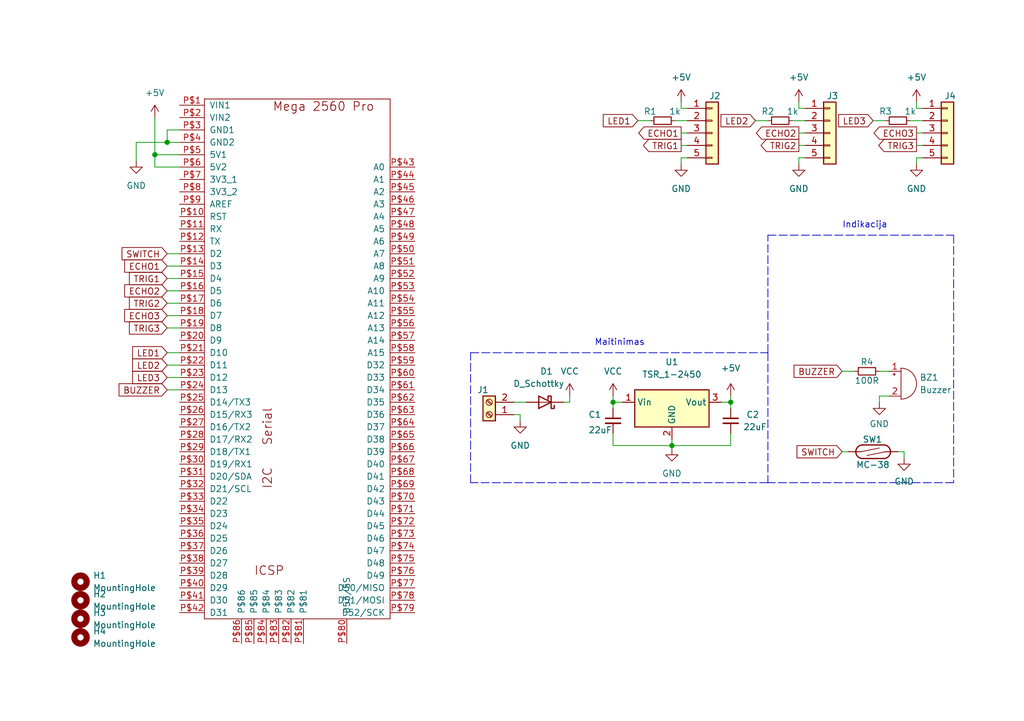
<source format=kicad_sch>
(kicad_sch (version 20211123) (generator eeschema)
  (paper "A5")
  (lib_symbols
    (symbol "Connector:Screw_Terminal_01x02" (pin_names (offset 1.016) hide)
      (property "Reference" "J" (at 0 2.54 0))
      (property "Value" "Screw_Terminal_01x02" (at 0 -5.08 0))
      (symbol "Screw_Terminal_01x02_1_1"
        (rectangle (start -1.27 1.27) (end 1.27 -3.81) (stroke (width 0.254)) (fill (type background)))
        (circle (center 0 -2.54) (radius 0.635) (stroke (width 0.1524)))
        (polyline (pts (xy -0.5334 -2.2098) (xy 0.3302 -3.048)) (stroke (width 0.1524)))
        (polyline (pts (xy -0.5334 0.3302) (xy 0.3302 -0.508)) (stroke (width 0.1524)))
        (polyline (pts (xy -0.3556 -2.032) (xy 0.508 -2.8702)) (stroke (width 0.1524)))
        (polyline (pts (xy -0.3556 0.508) (xy 0.508 -0.3302)) (stroke (width 0.1524)))
        (circle (center 0 0) (radius 0.635) (stroke (width 0.1524)))
        (pin passive line (at -5.08 0 0) (length 3.81) (name "Pin_1") (number "1"))
        (pin passive line (at -5.08 -2.54 0) (length 3.81) (name "Pin_2") (number "2"))
      )
    )
    (symbol "Connector_Generic:Conn_01x05" (pin_names (offset 1.016) hide)
      (property "Reference" "J" (at 0 7.62 0))
      (property "Value" "Conn_01x05" (at 0 -7.62 0))
      (symbol "Conn_01x05_1_1"
        (rectangle (start -1.27 -4.953) (end 0 -5.207) (stroke (width 0.1524)))
        (rectangle (start -1.27 -2.413) (end 0 -2.667) (stroke (width 0.1524)))
        (rectangle (start -1.27 0.127) (end 0 -0.127) (stroke (width 0.1524)))
        (rectangle (start -1.27 2.667) (end 0 2.413) (stroke (width 0.1524)))
        (rectangle (start -1.27 5.207) (end 0 4.953) (stroke (width 0.1524)))
        (rectangle (start -1.27 6.35) (end 1.27 -6.35) (stroke (width 0.254)) (fill (type background)))
        (pin passive line (at -5.08 5.08 0) (length 3.81) (name "Pin_1") (number "1"))
        (pin passive line (at -5.08 2.54 0) (length 3.81) (name "Pin_2") (number "2"))
        (pin passive line (at -5.08 0 0) (length 3.81) (name "Pin_3") (number "3"))
        (pin passive line (at -5.08 -2.54 0) (length 3.81) (name "Pin_4") (number "4"))
        (pin passive line (at -5.08 -5.08 0) (length 3.81) (name "Pin_5") (number "5"))
      )
    )
    (symbol "Device:Buzzer" (pin_names (offset 0.0254) hide)
      (property "Reference" "BZ" (at 3.81 1.27 0))
      (property "Value" "Buzzer" (at 3.81 -1.27 0))
      (symbol "Buzzer_0_1"
        (arc (start 0 -3.175) (mid 3.175 0) (end 0 3.175))
        (polyline (pts (xy -1.651 1.905) (xy -1.143 1.905)))
        (polyline (pts (xy -1.397 2.159) (xy -1.397 1.651)))
        (polyline (pts (xy 0 3.175) (xy 0 -3.175)))
      )
      (symbol "Buzzer_1_1"
        (pin passive line (at -2.54 2.54 0) (length 2.54) (name "-") (number "1"))
        (pin passive line (at -2.54 -2.54 0) (length 2.54) (name "+") (number "2"))
      )
    )
    (symbol "Device:C_Small" (pin_numbers hide) (pin_names (offset 0.254) hide)
      (property "Reference" "C" (at 0.254 1.778 0))
      (property "Value" "C_Small" (at 0.254 -2.032 0))
      (symbol "C_Small_0_1"
        (polyline (pts (xy -1.524 -0.508) (xy 1.524 -0.508)) (stroke (width 0.3302)))
        (polyline (pts (xy -1.524 0.508) (xy 1.524 0.508)) (stroke (width 0.3048)))
      )
      (symbol "C_Small_1_1"
        (pin passive line (at 0 2.54 270) (length 2.032) (name "~") (number "1"))
        (pin passive line (at 0 -2.54 90) (length 2.032) (name "~") (number "2"))
      )
    )
    (symbol "Device:D_Schottky" (pin_numbers hide) (pin_names (offset 1.016) hide)
      (property "Reference" "D" (at 0 2.54 0))
      (property "Value" "D_Schottky" (at 0 -2.54 0))
      (symbol "D_Schottky_0_1"
        (polyline (pts (xy 1.27 0) (xy -1.27 0)))
        (polyline (pts (xy 1.27 1.27) (xy 1.27 -1.27) (xy -1.27 0) (xy 1.27 1.27)) (stroke (width 0.254)))
        (polyline (pts (xy -1.905 0.635) (xy -1.905 1.27) (xy -1.27 1.27) (xy -1.27 -1.27) (xy -0.635 -1.27) (xy -0.635 -0.635)) (stroke (width 0.254)))
      )
      (symbol "D_Schottky_1_1"
        (pin passive line (at -3.81 0 0) (length 2.54) (name "K") (number "1"))
        (pin passive line (at 3.81 0 180) (length 2.54) (name "A") (number "2"))
      )
    )
    (symbol "Device:R_Small" (pin_numbers hide) (pin_names (offset 0.254) hide)
      (property "Reference" "R" (at 0.762 0.508 0))
      (property "Value" "R_Small" (at 0.762 -1.016 0))
      (symbol "R_Small_0_1"
        (rectangle (start -0.762 1.778) (end 0.762 -1.778) (stroke (width 0.2032)))
      )
      (symbol "R_Small_1_1"
        (pin passive line (at 0 2.54 270) (length 0.762) (name "~") (number "1"))
        (pin passive line (at 0 -2.54 90) (length 0.762) (name "~") (number "2"))
      )
    )
    (symbol "Mechanical:MountingHole" (pin_names (offset 1.016))
      (property "Reference" "H" (at 0 5.08 0))
      (property "Value" "MountingHole" (at 0 3.175 0))
      (symbol "MountingHole_0_1"
        (circle (center 0 0) (radius 1.27) (stroke (width 1.27)))
      )
    )
    (symbol "MegaPLC.pretty:MEGAPROMINI" (pin_names (offset 1.016))
      (symbol "MEGAPROMINI_1_0"
        (polyline (pts (xy 5.08 -109.22) (xy 5.08 -2.54)))
        (polyline (pts (xy 5.08 -2.54) (xy 43.18 -2.54)))
        (polyline (pts (xy 43.18 -109.22) (xy 5.08 -109.22)))
        (polyline (pts (xy 43.18 -2.54) (xy 43.18 -109.22)))
        (text "I2C" (at 19.05 -82.55 900) (effects (font (size 1.778 1.778)) (justify left bottom)))
        (text "ICSP" (at 15.24 -100.33 0) (effects (font (size 1.778 1.778)) (justify left bottom)))
        (text "Mega 2560 Pro" (at 19.05 -5.08 0) (effects (font (size 1.778 1.778)) (justify left bottom)))
        (text "Serial" (at 19.05 -73.66 900) (effects (font (size 1.778 1.778)) (justify left bottom)))
        (pin unspecified line (at 0 -3.81 0) (length 5.08) (name "VIN1") (number "P$1"))
        (pin unspecified line (at 0 -26.67 0) (length 5.08) (name "RST") (number "P$10"))
        (pin unspecified line (at 0 -29.21 0) (length 5.08) (name "RX") (number "P$11"))
        (pin unspecified line (at 0 -31.75 0) (length 5.08) (name "TX") (number "P$12"))
        (pin unspecified line (at 0 -34.29 0) (length 5.08) (name "D2") (number "P$13"))
        (pin unspecified line (at 0 -36.83 0) (length 5.08) (name "D3") (number "P$14"))
        (pin unspecified line (at 0 -39.37 0) (length 5.08) (name "D4") (number "P$15"))
        (pin unspecified line (at 0 -41.91 0) (length 5.08) (name "D5") (number "P$16"))
        (pin unspecified line (at 0 -44.45 0) (length 5.08) (name "D6") (number "P$17"))
        (pin unspecified line (at 0 -46.99 0) (length 5.08) (name "D7") (number "P$18"))
        (pin unspecified line (at 0 -49.53 0) (length 5.08) (name "D8") (number "P$19"))
        (pin unspecified line (at 0 -6.35 0) (length 5.08) (name "VIN2") (number "P$2"))
        (pin unspecified line (at 0 -52.07 0) (length 5.08) (name "D9") (number "P$20"))
        (pin unspecified line (at 0 -54.61 0) (length 5.08) (name "D10") (number "P$21"))
        (pin unspecified line (at 0 -57.15 0) (length 5.08) (name "D11") (number "P$22"))
        (pin unspecified line (at 0 -59.69 0) (length 5.08) (name "D12") (number "P$23"))
        (pin unspecified line (at 0 -62.23 0) (length 5.08) (name "D13") (number "P$24"))
        (pin unspecified line (at 0 -64.77 0) (length 5.08) (name "D14/TX3") (number "P$25"))
        (pin unspecified line (at 0 -67.31 0) (length 5.08) (name "D15/RX3") (number "P$26"))
        (pin unspecified line (at 0 -69.85 0) (length 5.08) (name "D16/TX2") (number "P$27"))
        (pin unspecified line (at 0 -72.39 0) (length 5.08) (name "D17/RX2") (number "P$28"))
        (pin unspecified line (at 0 -74.93 0) (length 5.08) (name "D18/TX1") (number "P$29"))
        (pin unspecified line (at 0 -8.89 0) (length 5.08) (name "GND1") (number "P$3"))
        (pin unspecified line (at 0 -77.47 0) (length 5.08) (name "D19/RX1") (number "P$30"))
        (pin unspecified line (at 0 -80.01 0) (length 5.08) (name "D20/SDA") (number "P$31"))
        (pin unspecified line (at 0 -82.55 0) (length 5.08) (name "D21/SCL") (number "P$32"))
        (pin unspecified line (at 0 -85.09 0) (length 5.08) (name "D22") (number "P$33"))
        (pin unspecified line (at 0 -87.63 0) (length 5.08) (name "D23") (number "P$34"))
        (pin unspecified line (at 0 -90.17 0) (length 5.08) (name "D24") (number "P$35"))
        (pin unspecified line (at 0 -92.71 0) (length 5.08) (name "D25") (number "P$36"))
        (pin unspecified line (at 0 -95.25 0) (length 5.08) (name "D26") (number "P$37"))
        (pin unspecified line (at 0 -97.79 0) (length 5.08) (name "D27") (number "P$38"))
        (pin unspecified line (at 0 -100.33 0) (length 5.08) (name "D28") (number "P$39"))
        (pin unspecified line (at 0 -11.43 0) (length 5.08) (name "GND2") (number "P$4"))
        (pin unspecified line (at 0 -102.87 0) (length 5.08) (name "D29") (number "P$40"))
        (pin unspecified line (at 0 -105.41 0) (length 5.08) (name "D30") (number "P$41"))
        (pin unspecified line (at 0 -107.95 0) (length 5.08) (name "D31") (number "P$42"))
        (pin unspecified line (at 48.26 -16.51 180) (length 5.08) (name "A0") (number "P$43"))
        (pin unspecified line (at 48.26 -19.05 180) (length 5.08) (name "A1") (number "P$44"))
        (pin unspecified line (at 48.26 -21.59 180) (length 5.08) (name "A2") (number "P$45"))
        (pin unspecified line (at 48.26 -24.13 180) (length 5.08) (name "A3") (number "P$46"))
        (pin unspecified line (at 48.26 -26.67 180) (length 5.08) (name "A4") (number "P$47"))
        (pin unspecified line (at 48.26 -29.21 180) (length 5.08) (name "A5") (number "P$48"))
        (pin unspecified line (at 48.26 -31.75 180) (length 5.08) (name "A6") (number "P$49"))
        (pin unspecified line (at 0 -13.97 0) (length 5.08) (name "5V1") (number "P$5"))
        (pin unspecified line (at 48.26 -34.29 180) (length 5.08) (name "A7") (number "P$50"))
        (pin unspecified line (at 48.26 -36.83 180) (length 5.08) (name "A8") (number "P$51"))
        (pin unspecified line (at 48.26 -39.37 180) (length 5.08) (name "A9") (number "P$52"))
        (pin unspecified line (at 48.26 -41.91 180) (length 5.08) (name "A10") (number "P$53"))
        (pin unspecified line (at 48.26 -44.45 180) (length 5.08) (name "A11") (number "P$54"))
        (pin unspecified line (at 48.26 -46.99 180) (length 5.08) (name "A12") (number "P$55"))
        (pin unspecified line (at 48.26 -49.53 180) (length 5.08) (name "A13") (number "P$56"))
        (pin unspecified line (at 48.26 -52.07 180) (length 5.08) (name "A14") (number "P$57"))
        (pin unspecified line (at 48.26 -54.61 180) (length 5.08) (name "A15") (number "P$58"))
        (pin unspecified line (at 48.26 -57.15 180) (length 5.08) (name "D32") (number "P$59"))
        (pin unspecified line (at 0 -16.51 0) (length 5.08) (name "5V2") (number "P$6"))
        (pin unspecified line (at 48.26 -59.69 180) (length 5.08) (name "D33") (number "P$60"))
        (pin unspecified line (at 48.26 -62.23 180) (length 5.08) (name "D34") (number "P$61"))
        (pin unspecified line (at 48.26 -64.77 180) (length 5.08) (name "D35") (number "P$62"))
        (pin unspecified line (at 48.26 -67.31 180) (length 5.08) (name "D36") (number "P$63"))
        (pin unspecified line (at 48.26 -69.85 180) (length 5.08) (name "D37") (number "P$64"))
        (pin unspecified line (at 48.26 -72.39 180) (length 5.08) (name "D38") (number "P$65"))
        (pin unspecified line (at 48.26 -74.93 180) (length 5.08) (name "D39") (number "P$66"))
        (pin unspecified line (at 48.26 -77.47 180) (length 5.08) (name "D40") (number "P$67"))
        (pin unspecified line (at 48.26 -80.01 180) (length 5.08) (name "D41") (number "P$68"))
        (pin unspecified line (at 48.26 -82.55 180) (length 5.08) (name "D42") (number "P$69"))
        (pin unspecified line (at 0 -19.05 0) (length 5.08) (name "3V3_1") (number "P$7"))
        (pin unspecified line (at 48.26 -85.09 180) (length 5.08) (name "D43") (number "P$70"))
        (pin unspecified line (at 48.26 -87.63 180) (length 5.08) (name "D44") (number "P$71"))
        (pin unspecified line (at 48.26 -90.17 180) (length 5.08) (name "D45") (number "P$72"))
        (pin unspecified line (at 48.26 -92.71 180) (length 5.08) (name "D46") (number "P$73"))
        (pin unspecified line (at 48.26 -95.25 180) (length 5.08) (name "D47") (number "P$74"))
        (pin unspecified line (at 48.26 -97.79 180) (length 5.08) (name "D48") (number "P$75"))
        (pin unspecified line (at 48.26 -100.33 180) (length 5.08) (name "D49") (number "P$76"))
        (pin unspecified line (at 48.26 -102.87 180) (length 5.08) (name "D50/MISO") (number "P$77"))
        (pin unspecified line (at 48.26 -105.41 180) (length 5.08) (name "D51/MOSI") (number "P$78"))
        (pin unspecified line (at 48.26 -107.95 180) (length 5.08) (name "D52/SCK") (number "P$79"))
        (pin unspecified line (at 0 -21.59 0) (length 5.08) (name "3V3_2") (number "P$8"))
        (pin unspecified line (at 34.29 -114.3 90) (length 5.08) (name "D53/SS") (number "P$80"))
        (pin unspecified line (at 25.4 -114.3 90) (length 5.08) (name "P$81") (number "P$81"))
        (pin unspecified line (at 22.86 -114.3 90) (length 5.08) (name "P$82") (number "P$82"))
        (pin unspecified line (at 20.32 -114.3 90) (length 5.08) (name "P$83") (number "P$83"))
        (pin unspecified line (at 17.78 -114.3 90) (length 5.08) (name "P$84") (number "P$84"))
        (pin unspecified line (at 15.24 -114.3 90) (length 5.08) (name "P$85") (number "P$85"))
        (pin unspecified line (at 12.7 -114.3 90) (length 5.08) (name "P$86") (number "P$86"))
        (pin unspecified line (at 0 -24.13 0) (length 5.08) (name "AREF") (number "P$9"))
      )
    )
    (symbol "Regulator_Switching:TSR_1-2450"
      (property "Reference" "U" (at -7.62 6.35 0))
      (property "Value" "TSR_1-2450" (at -1.27 6.35 0))
      (symbol "TSR_1-2450_0_1"
        (rectangle (start -7.62 5.08) (end 7.62 -2.54) (stroke (width 0.254)) (fill (type background)))
      )
      (symbol "TSR_1-2450_1_1"
        (pin power_in line (at -10.16 2.54 0) (length 2.54) (name "Vin") (number "1"))
        (pin power_in line (at 0 -5.08 90) (length 2.54) (name "GND") (number "2"))
        (pin power_out line (at 10.16 2.54 180) (length 2.54) (name "Vout") (number "3"))
      )
    )
    (symbol "Switch:SW_Reed" (pin_numbers hide) (pin_names (offset 0) hide)
      (property "Reference" "SW" (at 0 2.54 0))
      (property "Value" "SW_Reed" (at 0 -2.54 0))
      (symbol "SW_Reed_0_0"
        (arc (start -2.159 1.397) (mid -3.556 0) (end -2.159 -1.397) (stroke (width 0.254)))
        (polyline (pts (xy -2.54 0) (xy 1.27 0.762)))
        (polyline (pts (xy -2.159 -1.397) (xy 2.286 -1.397)) (stroke (width 0.254)))
        (polyline (pts (xy 2.159 1.397) (xy -2.159 1.397)) (stroke (width 0.254)))
        (polyline (pts (xy 2.54 0) (xy -1.27 -0.762)))
        (arc (start 2.159 -1.397) (mid 3.556 0) (end 2.159 1.397) (stroke (width 0.254)))
      )
      (symbol "SW_Reed_1_1"
        (pin passive line (at -5.08 0 0) (length 2.54) (name "1") (number "1"))
        (pin passive line (at 5.08 0 180) (length 2.54) (name "2") (number "2"))
      )
    )
    (symbol "power:+5V" (power) (pin_names (offset 0))
      (property "Value" "+5V" (at 0 3.556 0))
      (symbol "+5V_0_1"
        (polyline (pts (xy -0.762 1.27) (xy 0 2.54)))
        (polyline (pts (xy 0 0) (xy 0 2.54)))
        (polyline (pts (xy 0 2.54) (xy 0.762 1.27)))
      )
      (symbol "+5V_1_1"
        (pin power_in line (at 0 0 90) (length 0) hide (name "+5V") (number "1"))
      )
    )
    (symbol "power:GND" (power) (pin_names (offset 0))
      (property "Value" "GND" (at 0 -3.81 0))
      (symbol "GND_0_1"
        (polyline (pts (xy 0 0) (xy 0 -1.27) (xy 1.27 -1.27) (xy 0 -2.54) (xy -1.27 -1.27) (xy 0 -1.27)))
      )
      (symbol "GND_1_1"
        (pin power_in line (at 0 0 270) (length 0) hide (name "GND") (number "1"))
      )
    )
    (symbol "power:VCC" (power) (pin_names (offset 0))
      (property "Value" "VCC" (at 0 3.81 0))
      (symbol "VCC_0_1"
        (polyline (pts (xy -0.762 1.27) (xy 0 2.54)))
        (polyline (pts (xy 0 0) (xy 0 2.54)))
        (polyline (pts (xy 0 2.54) (xy 0.762 1.27)))
      )
      (symbol "VCC_1_1"
        (pin power_in line (at 0 0 90) (length 0) hide (name "VCC") (number "1"))
      )
    )
  )
  (junction (at 34.29 29.21))
  (junction (at 125.73 82.55))
  (junction (at 31.75 31.75))
  (junction (at 137.795 91.44))
  (junction (at 149.86 82.55))
  (wire (pts (xy 165.1 32.385) (xy 163.83 32.385)))
  (wire (pts (xy 31.75 31.75) (xy 31.75 24.13)))
  (wire (pts (xy 187.96 22.225) (xy 187.96 20.955)))
  (wire (pts (xy 36.83 29.21) (xy 34.29 29.21)))
  (wire (pts (xy 34.29 77.47) (xy 36.83 77.47)))
  (wire (pts (xy 137.795 91.44) (xy 125.73 91.44)))
  (wire (pts (xy 137.795 91.44) (xy 149.86 91.44)))
  (polyline (pts (xy 96.52 99.06) (xy 96.52 72.39)))
  (wire (pts (xy 34.29 52.07) (xy 36.83 52.07)))
  (wire (pts (xy 138.43 24.765) (xy 140.97 24.765)))
  (polyline (pts (xy 157.48 72.39) (xy 157.48 48.26)))
  (polyline (pts (xy 157.48 72.39) (xy 157.48 99.06)))
  (wire (pts (xy 149.86 81.28) (xy 149.86 82.55)))
  (polyline (pts (xy 157.48 99.06) (xy 96.52 99.06)))
  (wire (pts (xy 106.68 85.09) (xy 106.68 86.36)))
  (wire (pts (xy 189.23 32.385) (xy 187.96 32.385)))
  (wire (pts (xy 163.83 27.305) (xy 165.1 27.305)))
  (wire (pts (xy 186.69 24.765) (xy 189.23 24.765)))
  (wire (pts (xy 127.635 82.55) (xy 125.73 82.55)))
  (wire (pts (xy 154.94 24.765) (xy 157.48 24.765)))
  (wire (pts (xy 34.29 72.39) (xy 36.83 72.39)))
  (wire (pts (xy 189.23 22.225) (xy 187.96 22.225)))
  (wire (pts (xy 180.34 76.2) (xy 182.245 76.2)))
  (wire (pts (xy 34.29 80.01) (xy 36.83 80.01)))
  (wire (pts (xy 139.7 32.385) (xy 139.7 33.655)))
  (wire (pts (xy 125.73 91.44) (xy 125.73 88.9)))
  (wire (pts (xy 34.29 29.21) (xy 34.29 26.67)))
  (wire (pts (xy 130.81 24.765) (xy 133.35 24.765)))
  (polyline (pts (xy 195.58 48.26) (xy 195.58 99.06)))
  (wire (pts (xy 36.83 31.75) (xy 31.75 31.75)))
  (wire (pts (xy 147.955 82.55) (xy 149.86 82.55)))
  (wire (pts (xy 140.97 22.225) (xy 139.7 22.225)))
  (wire (pts (xy 140.97 32.385) (xy 139.7 32.385)))
  (wire (pts (xy 125.73 82.55) (xy 125.73 83.82)))
  (wire (pts (xy 187.96 27.305) (xy 189.23 27.305)))
  (wire (pts (xy 105.41 82.55) (xy 107.95 82.55)))
  (wire (pts (xy 31.75 34.29) (xy 31.75 31.75)))
  (wire (pts (xy 34.29 62.23) (xy 36.83 62.23)))
  (wire (pts (xy 149.86 91.44) (xy 149.86 88.9)))
  (wire (pts (xy 162.56 24.765) (xy 165.1 24.765)))
  (wire (pts (xy 34.29 57.15) (xy 36.83 57.15)))
  (wire (pts (xy 116.84 82.55) (xy 116.84 81.28)))
  (wire (pts (xy 34.29 67.31) (xy 36.83 67.31)))
  (wire (pts (xy 139.7 29.845) (xy 140.97 29.845)))
  (wire (pts (xy 137.795 90.17) (xy 137.795 91.44)))
  (wire (pts (xy 172.72 76.2) (xy 175.26 76.2)))
  (wire (pts (xy 163.83 29.845) (xy 165.1 29.845)))
  (wire (pts (xy 139.7 27.305) (xy 140.97 27.305)))
  (wire (pts (xy 36.83 34.29) (xy 31.75 34.29)))
  (wire (pts (xy 187.96 32.385) (xy 187.96 33.655)))
  (wire (pts (xy 27.94 29.21) (xy 27.94 33.02)))
  (wire (pts (xy 172.72 92.71) (xy 173.99 92.71)))
  (wire (pts (xy 179.07 24.765) (xy 181.61 24.765)))
  (wire (pts (xy 182.245 81.28) (xy 180.34 81.28)))
  (polyline (pts (xy 195.58 99.06) (xy 157.48 99.06)))
  (polyline (pts (xy 96.52 72.39) (xy 157.48 72.39)))
  (wire (pts (xy 115.57 82.55) (xy 116.84 82.55)))
  (wire (pts (xy 105.41 85.09) (xy 106.68 85.09)))
  (wire (pts (xy 125.73 81.28) (xy 125.73 82.55)))
  (wire (pts (xy 165.1 22.225) (xy 163.83 22.225)))
  (wire (pts (xy 185.42 92.71) (xy 185.42 93.98)))
  (wire (pts (xy 163.83 22.225) (xy 163.83 20.955)))
  (wire (pts (xy 180.34 81.28) (xy 180.34 82.55)))
  (wire (pts (xy 137.795 91.44) (xy 137.795 92.075)))
  (wire (pts (xy 149.86 82.55) (xy 149.86 83.82)))
  (wire (pts (xy 34.29 29.21) (xy 27.94 29.21)))
  (wire (pts (xy 34.29 59.69) (xy 36.83 59.69)))
  (wire (pts (xy 163.83 32.385) (xy 163.83 33.655)))
  (wire (pts (xy 184.15 92.71) (xy 185.42 92.71)))
  (wire (pts (xy 34.29 26.67) (xy 36.83 26.67)))
  (wire (pts (xy 34.29 54.61) (xy 36.83 54.61)))
  (wire (pts (xy 187.96 29.845) (xy 189.23 29.845)))
  (wire (pts (xy 34.29 74.93) (xy 36.83 74.93)))
  (wire (pts (xy 139.7 22.225) (xy 139.7 20.955)))
  (polyline (pts (xy 157.48 48.26) (xy 195.58 48.26)))
  (wire (pts (xy 34.29 64.77) (xy 36.83 64.77)))
  (text "Maitinimas" (at 121.92 71.12 0) (effects (font (size 1.27 1.27)) (justify left bottom)))
  (text "Indikacija" (at 172.72 46.99 0) (effects (font (size 1.27 1.27)) (justify left bottom)))
  (global_label "ECHO3" (shape input) (at 34.29 64.77 180) (property "Intersheet References" "${INTERSHEET_REFS}" (effects hide)))
  (global_label "BUZZER" (shape input) (at 34.29 80.01 180) (property "Intersheet References" "${INTERSHEET_REFS}" (effects hide)))
  (global_label "SWITCH" (shape input) (at 34.29 52.07 180) (property "Intersheet References" "${INTERSHEET_REFS}" (effects hide)))
  (global_label "TRIG2" (shape input) (at 34.29 62.23 180) (property "Intersheet References" "${INTERSHEET_REFS}" (effects hide)))
  (global_label "TRIG3" (shape output) (at 187.96 29.845 180) (property "Intersheet References" "${INTERSHEET_REFS}" (effects hide)))
  (global_label "TRIG1" (shape input) (at 34.29 57.15 180) (property "Intersheet References" "${INTERSHEET_REFS}" (effects hide)))
  (global_label "TRIG1" (shape output) (at 139.7 29.845 180) (property "Intersheet References" "${INTERSHEET_REFS}" (effects hide)))
  (global_label "TRIG2" (shape output) (at 163.83 29.845 180) (property "Intersheet References" "${INTERSHEET_REFS}" (effects hide)))
  (global_label "LED3" (shape input) (at 179.07 24.765 180) (property "Intersheet References" "${INTERSHEET_REFS}" (effects hide)))
  (global_label "SWITCH" (shape input) (at 172.72 92.71 180) (property "Intersheet References" "${INTERSHEET_REFS}" (effects hide)))
  (global_label "LED3" (shape input) (at 34.29 77.47 180) (property "Intersheet References" "${INTERSHEET_REFS}" (effects hide)))
  (global_label "ECHO2" (shape output) (at 163.83 27.305 180) (property "Intersheet References" "${INTERSHEET_REFS}" (effects hide)))
  (global_label "LED1" (shape input) (at 34.29 72.39 180) (property "Intersheet References" "${INTERSHEET_REFS}" (effects hide)))
  (global_label "ECHO3" (shape output) (at 187.96 27.305 180) (property "Intersheet References" "${INTERSHEET_REFS}" (effects hide)))
  (global_label "BUZZER" (shape input) (at 172.72 76.2 180) (property "Intersheet References" "${INTERSHEET_REFS}" (effects hide)))
  (global_label "ECHO1" (shape output) (at 139.7 27.305 180) (property "Intersheet References" "${INTERSHEET_REFS}" (effects hide)))
  (global_label "ECHO1" (shape input) (at 34.29 54.61 180) (property "Intersheet References" "${INTERSHEET_REFS}" (effects hide)))
  (global_label "LED2" (shape input) (at 34.29 74.93 180) (property "Intersheet References" "${INTERSHEET_REFS}" (effects hide)))
  (global_label "ECHO2" (shape input) (at 34.29 59.69 180) (property "Intersheet References" "${INTERSHEET_REFS}" (effects hide)))
  (global_label "LED1" (shape input) (at 130.81 24.765 180) (property "Intersheet References" "${INTERSHEET_REFS}" (effects hide)))
  (global_label "LED2" (shape input) (at 154.94 24.765 180) (property "Intersheet References" "${INTERSHEET_REFS}" (effects hide)))
  (global_label "TRIG3" (shape input) (at 34.29 67.31 180) (property "Intersheet References" "${INTERSHEET_REFS}" (effects hide)))
  (symbol (lib_id "power:VCC") (at 125.73 81.28 0) (unit 1)
    (property "Reference" "#PWR0116" (effects hide))
    (property "Value" "VCC" (at 125.73 76.2 0))
  )
  (symbol (lib_id "Connector:Screw_Terminal_01x02") (at 100.33 85.09 180) (unit 1)
    (property "Reference" "J1" (at 99.06 80.01 0))
    (property "Value" "Screw_Terminal_01x02" (effects hide))
    (property "Footprint" "TerminalBlock_Phoenix:TerminalBlock_Phoenix_MKDS-1,5-2_1x02_P5.00mm_Horizontal" (effects hide))
  )
  (symbol (lib_id "power:+5V") (at 163.83 20.955 0) (unit 1)
    (property "Reference" "#PWR0107" (effects hide))
    (property "Value" "+5V" (at 163.83 15.875 0))
  )
  (symbol (lib_id "Device:C_Small") (at 125.73 86.36 0) (unit 1)
    (property "Reference" "C1" (at 120.65 85.09 0) (effects (justify left)))
    (property "Value" "22uF" (at 120.65 88.265 0) (effects (justify left)))
    (property "Footprint" "Capacitor_SMD:CP_Elec_5x5.8" (effects hide))
  )
  (symbol (lib_id "Device:Buzzer") (at 184.785 78.74 0) (unit 1)
    (property "Reference" "BZ1" (at 188.595 77.4699 0) (effects (justify left)))
    (property "Value" "Buzzer" (at 188.595 80.0099 0) (effects (justify left)))
    (property "Footprint" "Buzzer_Beeper:Buzzer_TDK_PS1240P02BT_D12.2mm_H6.5mm" (effects hide))
  )
  (symbol (lib_id "power:GND") (at 27.94 33.02 0) (unit 1)
    (property "Reference" "#PWR0104" (effects hide))
    (property "Value" "GND" (at 27.94 38.1 0))
  )
  (symbol (lib_id "Device:R_Small") (at 135.89 24.765 270) (unit 1)
    (property "Reference" "R1" (at 133.35 22.86 90))
    (property "Value" "1k" (at 138.43 22.86 90))
    (property "Footprint" "Resistor_THT:R_Axial_DIN0207_L6.3mm_D2.5mm_P10.16mm_Horizontal" (effects hide))
  )
  (symbol (lib_id "Regulator_Switching:TSR_1-2450") (at 137.795 85.09 0) (unit 1)
    (property "Reference" "U1" (at 137.795 74.295 0))
    (property "Value" "TSR_1-2450" (at 137.795 76.835 0))
    (property "Footprint" "Converter_DCDC:Converter_DCDC_TRACO_TSR-1_THT" (effects hide))
    (property "Datasheet" "http://www.tracopower.com/products/tsr1.pdf" (effects hide))
  )
  (symbol (lib_id "Connector_Generic:Conn_01x05") (at 170.18 27.305 0) (unit 1)
    (property "Reference" "J3" (at 169.545 19.685 0) (effects (justify left)))
    (property "Value" "Conn_01x05" (effects hide))
    (property "Footprint" "Connector_PinHeader_2.54mm:PinHeader_1x05_P2.54mm_Vertical" (effects hide))
  )
  (symbol (lib_id "power:VCC") (at 116.84 81.28 0) (unit 1)
    (property "Reference" "#PWR0113" (effects hide))
    (property "Value" "VCC" (at 116.84 76.2 0))
  )
  (symbol (lib_id "Device:R_Small") (at 160.02 24.765 270) (unit 1)
    (property "Reference" "R2" (at 157.48 22.86 90))
    (property "Value" "1k" (at 162.56 22.86 90))
    (property "Footprint" "Resistor_THT:R_Axial_DIN0207_L6.3mm_D2.5mm_P10.16mm_Horizontal" (effects hide))
  )
  (symbol (lib_id "Mechanical:MountingHole") (at 16.51 123.19 0) (unit 1)
    (property "Reference" "H2" (at 19.05 121.9199 0) (effects (justify left)))
    (property "Value" "MountingHole" (at 19.05 124.4599 0) (effects (justify left)))
    (property "Footprint" "MountingHole:MountingHole_3.2mm_M3" (effects hide))
  )
  (symbol (lib_id "Connector_Generic:Conn_01x05") (at 194.31 27.305 0) (unit 1)
    (property "Reference" "J4" (at 193.675 19.685 0) (effects (justify left)))
    (property "Value" "Conn_01x05" (effects hide))
    (property "Footprint" "Connector_PinHeader_2.54mm:PinHeader_1x05_P2.54mm_Vertical" (effects hide))
  )
  (symbol (lib_id "MegaPLC.pretty:MEGAPROMINI") (at 36.83 17.78 0) (unit 1)
    (property "Reference" "111" (effects hide))
    (property "Value" "MEGAPROMINI" (effects hide))
    (property "Footprint" "3D modeliai:MEGAPROMINI" (effects hide))
  )
  (symbol (lib_id "power:+5V") (at 31.75 24.13 0) (unit 1)
    (property "Reference" "#PWR0103" (effects hide))
    (property "Value" "+5V" (at 31.75 19.05 0))
  )
  (symbol (lib_id "power:GND") (at 185.42 93.98 0) (unit 1)
    (property "Reference" "#PWR0108" (effects hide))
    (property "Value" "GND" (at 185.42 98.806 0))
  )
  (symbol (lib_id "power:GND") (at 139.7 33.655 0) (unit 1)
    (property "Reference" "#PWR0111" (effects hide))
    (property "Value" "GND" (at 139.7 38.735 0))
  )
  (symbol (lib_id "Mechanical:MountingHole") (at 16.51 127 0) (unit 1)
    (property "Reference" "H3" (at 19.05 125.7299 0) (effects (justify left)))
    (property "Value" "MountingHole" (at 19.05 128.2699 0) (effects (justify left)))
    (property "Footprint" "MountingHole:MountingHole_3.2mm_M3" (effects hide))
  )
  (symbol (lib_id "Device:R_Small") (at 184.15 24.765 270) (unit 1)
    (property "Reference" "R3" (at 181.61 22.86 90))
    (property "Value" "1k" (at 186.69 22.86 90))
    (property "Footprint" "Resistor_THT:R_Axial_DIN0207_L6.3mm_D2.5mm_P10.16mm_Horizontal" (effects hide))
  )
  (symbol (lib_id "Connector_Generic:Conn_01x05") (at 146.05 27.305 0) (unit 1)
    (property "Reference" "J2" (at 145.415 19.685 0) (effects (justify left)))
    (property "Value" "Conn_01x05" (effects hide))
    (property "Footprint" "Connector_PinHeader_2.54mm:PinHeader_1x05_P2.54mm_Vertical" (effects hide))
  )
  (symbol (lib_id "power:GND") (at 180.34 82.55 0) (unit 1)
    (property "Reference" "#PWR0106" (effects hide))
    (property "Value" "GND" (at 180.34 86.995 0))
  )
  (symbol (lib_id "power:GND") (at 163.83 33.655 0) (unit 1)
    (property "Reference" "#PWR0101" (effects hide))
    (property "Value" "GND" (at 163.83 38.735 0))
  )
  (symbol (lib_id "power:GND") (at 137.795 92.075 0) (unit 1)
    (property "Reference" "#PWR0115" (effects hide))
    (property "Value" "GND" (at 137.795 97.155 0))
  )
  (symbol (lib_id "power:+5V") (at 149.86 81.28 0) (unit 1)
    (property "Reference" "#PWR0105" (effects hide))
    (property "Value" "+5V" (at 149.86 75.565 0))
  )
  (symbol (lib_id "power:+5V") (at 139.7 20.955 0) (unit 1)
    (property "Reference" "#PWR0110" (effects hide))
    (property "Value" "+5V" (at 139.7 15.875 0))
  )
  (symbol (lib_id "Mechanical:MountingHole") (at 16.51 119.38 0) (unit 1)
    (property "Reference" "H1" (at 19.05 118.1099 0) (effects (justify left)))
    (property "Value" "MountingHole" (at 19.05 120.6499 0) (effects (justify left)))
    (property "Footprint" "MountingHole:MountingHole_3.2mm_M3" (effects hide))
  )
  (symbol (lib_id "power:GND") (at 106.68 86.36 0) (unit 1)
    (property "Reference" "#PWR0114" (effects hide))
    (property "Value" "GND" (at 106.68 91.44 0))
  )
  (symbol (lib_id "Switch:SW_Reed") (at 179.07 92.71 0) (unit 1)
    (property "Reference" "SW1" (at 180.975 90.17 0) (effects (justify right)))
    (property "Value" "MC-38" (at 182.499 95.377 0) (effects (justify right)))
    (property "Footprint" "TerminalBlock_Phoenix:TerminalBlock_Phoenix_MKDS-1,5-2_1x02_P5.00mm_Horizontal" (effects hide))
  )
  (symbol (lib_id "Device:R_Small") (at 177.8 76.2 90) (unit 1)
    (property "Reference" "R4" (at 177.8 74.295 90))
    (property "Value" "100R" (at 177.8 78.105 90))
    (property "Footprint" "Resistor_THT:R_Axial_DIN0207_L6.3mm_D2.5mm_P10.16mm_Horizontal" (effects hide))
  )
  (symbol (lib_id "power:GND") (at 187.96 33.655 0) (unit 1)
    (property "Reference" "#PWR0109" (effects hide))
    (property "Value" "GND" (at 187.96 38.735 0))
  )
  (symbol (lib_id "Mechanical:MountingHole") (at 16.51 130.81 0) (unit 1)
    (property "Reference" "H4" (at 19.05 129.5399 0) (effects (justify left)))
    (property "Value" "MountingHole" (at 19.05 132.0799 0) (effects (justify left)))
    (property "Footprint" "MountingHole:MountingHole_3.2mm_M3" (effects hide))
  )
  (symbol (lib_id "Device:C_Small") (at 149.86 86.36 0) (unit 1)
    (property "Reference" "C2" (at 153.035 85.0962 0) (effects (justify left)))
    (property "Value" "22uF" (at 152.4 87.63 0) (effects (justify left)))
    (property "Footprint" "Capacitor_SMD:CP_Elec_5x5.8" (effects hide))
  )
  (symbol (lib_id "Device:D_Schottky") (at 111.76 82.55 180) (unit 1)
    (property "Reference" "D1" (at 112.0775 76.2 0))
    (property "Value" "D_Schottky" (at 110.49 78.74 0))
    (property "Footprint" "Diode_THT:D_5W_P12.70mm_Horizontal" (effects hide))
  )
  (symbol (lib_id "power:+5V") (at 187.96 20.955 0) (unit 1)
    (property "Reference" "#PWR0102" (effects hide))
    (property "Value" "+5V" (at 187.96 15.875 0))
  )
)
</source>
